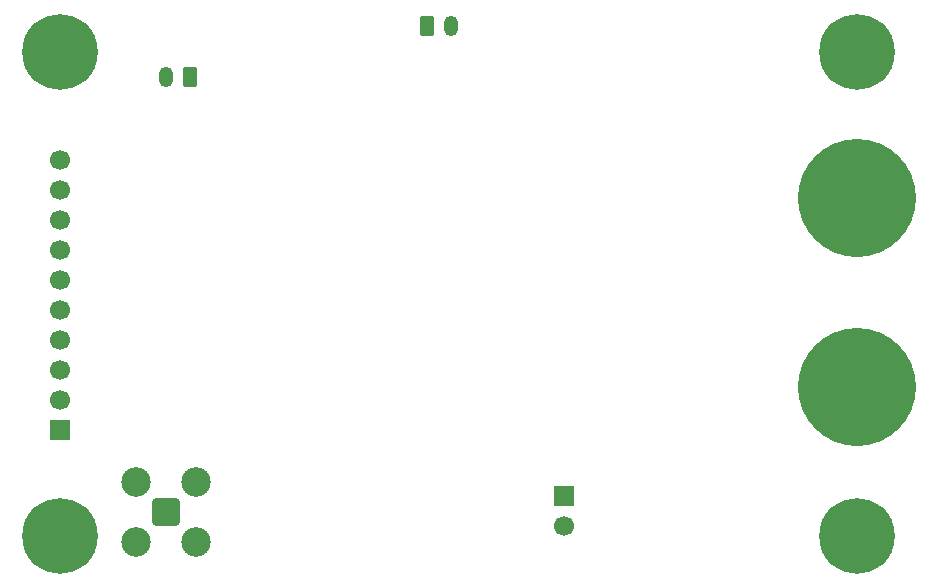
<source format=gbr>
%TF.GenerationSoftware,KiCad,Pcbnew,9.0.6*%
%TF.CreationDate,2026-02-07T23:32:21+00:00*%
%TF.ProjectId,vccs,76636373-2e6b-4696-9361-645f70636258,rev?*%
%TF.SameCoordinates,Original*%
%TF.FileFunction,Soldermask,Bot*%
%TF.FilePolarity,Negative*%
%FSLAX46Y46*%
G04 Gerber Fmt 4.6, Leading zero omitted, Abs format (unit mm)*
G04 Created by KiCad (PCBNEW 9.0.6) date 2026-02-07 23:32:21*
%MOMM*%
%LPD*%
G01*
G04 APERTURE LIST*
G04 Aperture macros list*
%AMRoundRect*
0 Rectangle with rounded corners*
0 $1 Rounding radius*
0 $2 $3 $4 $5 $6 $7 $8 $9 X,Y pos of 4 corners*
0 Add a 4 corners polygon primitive as box body*
4,1,4,$2,$3,$4,$5,$6,$7,$8,$9,$2,$3,0*
0 Add four circle primitives for the rounded corners*
1,1,$1+$1,$2,$3*
1,1,$1+$1,$4,$5*
1,1,$1+$1,$6,$7*
1,1,$1+$1,$8,$9*
0 Add four rect primitives between the rounded corners*
20,1,$1+$1,$2,$3,$4,$5,0*
20,1,$1+$1,$4,$5,$6,$7,0*
20,1,$1+$1,$6,$7,$8,$9,0*
20,1,$1+$1,$8,$9,$2,$3,0*%
G04 Aperture macros list end*
%ADD10C,0.800000*%
%ADD11C,6.400000*%
%ADD12C,10.000000*%
%ADD13RoundRect,0.250000X-0.350000X-0.625000X0.350000X-0.625000X0.350000X0.625000X-0.350000X0.625000X0*%
%ADD14O,1.200000X1.750000*%
%ADD15RoundRect,0.250000X0.350000X0.625000X-0.350000X0.625000X-0.350000X-0.625000X0.350000X-0.625000X0*%
%ADD16R,1.700000X1.700000*%
%ADD17C,1.700000*%
%ADD18RoundRect,0.200100X-0.949900X-0.949900X0.949900X-0.949900X0.949900X0.949900X-0.949900X0.949900X0*%
%ADD19C,2.500000*%
G04 APERTURE END LIST*
D10*
%TO.C,H2*%
X147400000Y-58500000D03*
X146697056Y-60197056D03*
X146697056Y-56802944D03*
X145000000Y-60900000D03*
D11*
X145000000Y-58500000D03*
D10*
X145000000Y-56100000D03*
X143302944Y-60197056D03*
X143302944Y-56802944D03*
X142600000Y-58500000D03*
%TD*%
%TO.C,H1*%
X79900000Y-58500000D03*
X79197056Y-60197056D03*
X79197056Y-56802944D03*
X77500000Y-60900000D03*
D11*
X77500000Y-58500000D03*
D10*
X77500000Y-56100000D03*
X75802944Y-60197056D03*
X75802944Y-56802944D03*
X75100000Y-58500000D03*
%TD*%
D12*
%TO.C,J1*%
X145000000Y-70900000D03*
%TD*%
%TO.C,J2*%
X145000000Y-86900000D03*
%TD*%
D10*
%TO.C,H3*%
X75100000Y-99500000D03*
X75802944Y-97802944D03*
X75802944Y-101197056D03*
X77500000Y-97100000D03*
D11*
X77500000Y-99500000D03*
D10*
X77500000Y-101900000D03*
X79197056Y-97802944D03*
X79197056Y-101197056D03*
X79900000Y-99500000D03*
%TD*%
D13*
%TO.C,J3*%
X108599999Y-56300000D03*
D14*
X110600000Y-56300000D03*
%TD*%
D15*
%TO.C,J5*%
X88500000Y-60650000D03*
D14*
X86499999Y-60650000D03*
%TD*%
D16*
%TO.C,J6*%
X77485000Y-90480000D03*
D17*
X77485000Y-87940000D03*
X77485000Y-85400001D03*
X77485000Y-82860000D03*
X77485000Y-80320000D03*
X77485000Y-77780000D03*
X77485000Y-75240000D03*
X77485000Y-72699999D03*
X77485000Y-70160000D03*
X77485000Y-67620000D03*
%TD*%
D18*
%TO.C,J4*%
X86460000Y-97460000D03*
D19*
X83920000Y-94920000D03*
X83920000Y-100000000D03*
X89000000Y-94920000D03*
X89000000Y-100000000D03*
%TD*%
D16*
%TO.C,J7*%
X120200000Y-96125000D03*
D17*
X120200000Y-98665000D03*
%TD*%
D10*
%TO.C,H4*%
X142600000Y-99500000D03*
X143302944Y-97802944D03*
X143302944Y-101197056D03*
X145000000Y-97100000D03*
D11*
X145000000Y-99500000D03*
D10*
X145000000Y-101900000D03*
X146697056Y-97802944D03*
X146697056Y-101197056D03*
X147400000Y-99500000D03*
%TD*%
M02*

</source>
